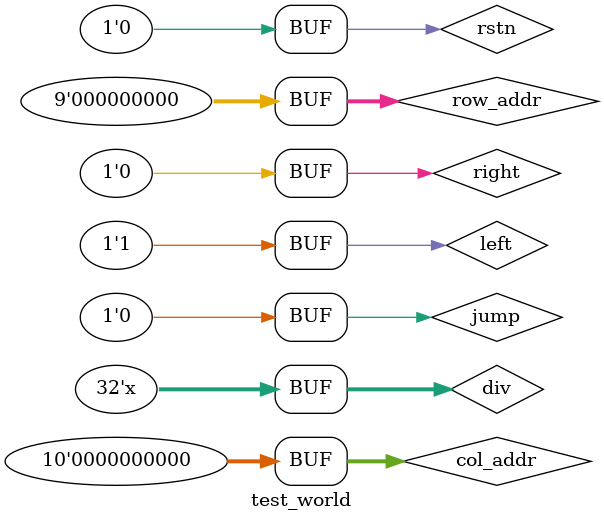
<source format=v>
`timescale 1ns / 1ps


module test_world;

	// Inputs
	reg [31:0] div = 0;
	reg rstn;
	reg jump;
	reg left;
	reg right;
	reg [8:0] row_addr;
	reg [9:0] col_addr;
	wire [12:0] mario_x;
	wire [12:0] mario_y;
	wire bounds;
	

	// Outputs
	wire [5:0] type;
	wire [10:0] h;
	wire [10:0] w;
	wire [1:0] jump_state;

	// Instantiate the Unit Under Test (UUT)
	World uut (
		.clkdiv(div), 
		.rstn(rstn), 
		.jump(jump), 
		.left(left), 
		.right(right), 
		.row_addr(row_addr), 
		.col_addr(col_addr), 
		.type(type), 
		.h(h), 
		.w(w), 
		.mario_x(mario_x), 
		.mario_y(mario_y), 
		.jump_state(jump_state), 
		.bounds(bounds)
	);

	initial begin
		// Initialize Inputs
		rstn = 1;
		jump = 0;
		left = 0;
		right = 0;
		row_addr = 0;
		col_addr = 0;
		
		#8;
		rstn = 0;
		
		#100;
		left = 1;
		
		//jump = 1;

		// Wait 100 ns for global reset to finish
		#100;
        
		// Add stimulus here

	end
	
	always begin
		div = div + 1;
		#2;
	end
      
endmodule


</source>
